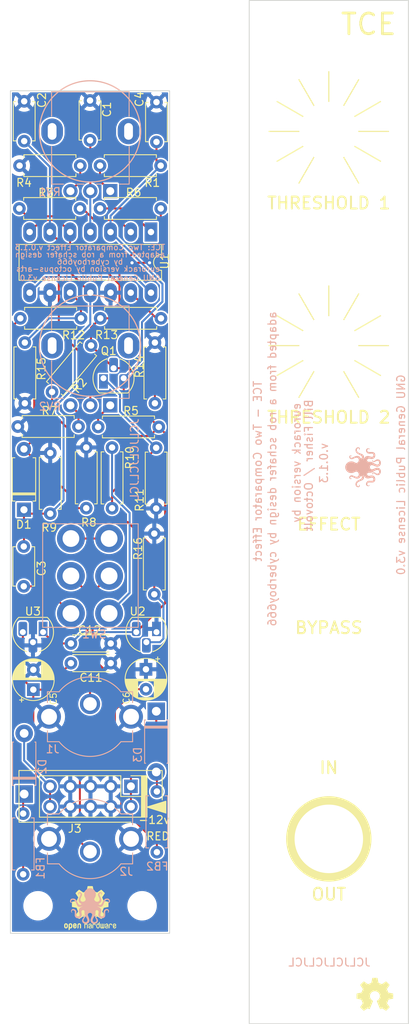
<source format=kicad_pcb>
(kicad_pcb (version 20211014) (generator pcbnew)
  (layers (0 "F.Cu" signal) (31 "B.Cu" signal) (34 "B.Paste" user) (35 "F.Paste" user) (36 "B.SilkS" user "B.Silkscreen") (37 "F.SilkS" user "F.Silkscreen") (38 "B.Mask" user) (39 "F.Mask" user) (44 "Edge.Cuts" user))
  (net 0 "")
  (net 1 "GND")
  (net 2 "THRESHOLD_1")
  (net 3 "THRESHOLD_2")
  (net 4 "VIDEO_IN")
  (net 5 "Net-(C3-Pad2)")
  (net 6 "+5V")
  (net 7 "+12V")
  (net 8 "-12V")
  (net 9 "+1.25V")
  (net 10 "Net-(D2-Pad1)")
  (net 11 "Net-(D2-Pad2)")
  (net 12 "Net-(D3-Pad1)")
  (net 13 "Net-(D3-Pad2)")
  (net 14 "Net-(R10-Pad2)")
  (net 15 "Net-(Q1-Pad2)")
  (net 16 "Net-(R1-Pad2)")
  (net 17 "Net-(R3-Pad1)")
  (net 18 "Net-(R4-Pad2)")
  (net 19 "Net-(R5-Pad2)")
  (net 20 "Net-(R6-Pad1)")
  (net 21 "Net-(R7-Pad2)")
  (net 22 "VIDEO_OUT")
  (net 23 "Net-(R12-Pad1)")
  (net 24 "Net-(J1-Pad1)")
  (net 25 "Net-(J2-Pad1)")
  (net 26 "Net-(U1-Pad8)")
  (net 27 "Net-(R13-Pad1)")
  (net 28 "Net-(SW1-Pad1)")
  (footprint "Resistor_THT:R_Axial_DIN0207_L6.3mm_D2.5mm_P7.62mm_Horizontal" (layer "F.Cu") (at 11.265 14.775)
    (fp_text reference "R6" (at 4.21 -2) (layer "F.SilkS"))
    (fp_text value "680")
    (pad "1" thru_hole circle (at 0 0) (size 1.6 1.6) (drill 0.8) (layers *.Cu *.Mask) (net 20 "Net-(R6-Pad1)"))
    (pad "2" thru_hole oval (at 7.62 0) (size 1.6 1.6) (drill 0.8) (layers *.Cu *.Mask) (net 15 "Net-(Q1-Pad2)"))
  )
  (footprint "Capacitor_THT:C_Disc_D4.3mm_W1.9mm_P5.00mm" (layer "F.Cu") (at 7.6 71.875)
    (fp_text reference "C11" (at 2.525 1.825) (layer "F.SilkS"))
    (fp_text value ".33u")
    (pad "1" thru_hole circle (at 0 0) (size 1.6 1.6) (drill 0.8) (layers *.Cu *.Mask) (net 7 "+12V"))
    (pad "2" thru_hole circle (at 5 0) (size 1.6 1.6) (drill 0.8) (layers *.Cu *.Mask) (net 1 "GND"))
  )
  (footprint "clipboard:a33ce409-be4c-4978-ba5b-21cf3ff8b76a" (layer "F.Cu") (at 40 5.1)
    (fp_text reference "" hide)
    (fp_text value "" hide)
  )
  (footprint "UI:Potentiometer_Hole_6.4mm_Diameter" (layer "F.Cu") (at 40 32)
    (fp_text reference "REF**" hide)
    (fp_text value "Potentiometer_Hole_6.4mm_Diameter" hide)
    (pad "" np_thru_hole circle (at 0 0) (size 7.4 7.4) (drill 7.4) (layers F&B.Cu *.Mask))
  )
  (footprint "Symbol:OSHW-Logo2_7.3x6mm_SilkScreen" (layer "F.Cu") (at 45.79 114.15)
    (fp_text reference "REF**" hide)
    (fp_text value "OSHW-Logo2_7.3x6mm_SilkScreen" hide)
  )
  (footprint "Resistor_THT:R_Axial_DIN0207_L6.3mm_D2.5mm_P7.62mm_Horizontal" (layer "F.Cu") (at 8.74 14.78 180)
    (fp_text reference "R3" (at 4.26 1.97) (layer "F.SilkS"))
    (fp_text value "1.2k")
    (pad "1" thru_hole circle (at 0 0 180) (size 1.6 1.6) (drill 0.8) (layers *.Cu *.Mask) (net 17 "Net-(R3-Pad1)"))
    (pad "2" thru_hole oval (at 7.62 0 180) (size 1.6 1.6) (drill 0.8) (layers *.Cu *.Mask) (net 15 "Net-(Q1-Pad2)"))
  )
  (footprint "Package_TO_SOT_THT:TO-92_HandSolder" (layer "F.Cu") (at 4.1 67.975 180)
    (fp_text reference "U3" (at 1.275 2.6) (layer "F.SilkS"))
    (fp_text value "L78L05")
    (pad "1" thru_hole rect (at 0 0 180) (size 1.1 1.8) (drill 0.75 (offset 0 0.4)) (layers *.Cu *.Mask) (net 6 "+5V"))
    (pad "2" thru_hole roundrect (at 1.27 -1.27 180) (size 1.1 1.8) (drill 0.75 (offset 0 -0.4)) (layers *.Cu *.Mask) (net 1 "GND"))
    (pad "3" thru_hole roundrect (at 2.54 0 180) (size 1.1 1.8) (drill 0.75 (offset 0 0.4)) (layers *.Cu *.Mask) (net 7 "+12V"))
  )
  (footprint "Capacitor_THT:C_Disc_D4.7mm_W2.5mm_P5.00mm" (layer "F.Cu") (at 10 1.22 -90)
    (fp_text reference "C1" (at 1.13 -2.12 90) (layer "F.SilkS"))
    (fp_text value "1u")
    (pad "1" thru_hole circle (at 0 0 270) (size 1.6 1.6) (drill 0.8) (layers *.Cu *.Mask) (net 1 "GND"))
    (pad "2" thru_hole circle (at 5 0 270) (size 1.6 1.6) (drill 0.8) (layers *.Cu *.Mask) (net 2 "THRESHOLD_1"))
  )
  (footprint "Package_DIP:DIP-14_W7.62mm_LongPads" (layer "F.Cu") (at 17.655 17.735 -90)
    (fp_text reference "U1" (at 3.675 -1.725 90) (layer "F.SilkS"))
    (fp_text value "LM339")
    (pad "1" thru_hole rect (at 0 0 270) (size 2.4 1.6) (drill 0.8) (layers *.Cu *.Mask) (net 20 "Net-(R6-Pad1)"))
    (pad "2" thru_hole oval (at 0 2.54 270) (size 2.4 1.6) (drill 0.8) (layers *.Cu *.Mask) (net 17 "Net-(R3-Pad1)"))
    (pad "3" thru_hole oval (at 0 5.08 270) (size 2.4 1.6) (drill 0.8) (layers *.Cu *.Mask) (net 6 "+5V"))
    (pad "4" thru_hole oval (at 0 7.62 270) (size 2.4 1.6) (drill 0.8) (layers *.Cu *.Mask) (net 2 "THRESHOLD_1"))
    (pad "5" thru_hole oval (at 0 10.16 270) (size 2.4 1.6) (drill 0.8) (layers *.Cu *.Mask) (net 4 "VIDEO_IN"))
    (pad "6" thru_hole oval (at 0 12.7 270) (size 2.4 1.6) (drill 0.8) (layers *.Cu *.Mask) (net 3 "THRESHOLD_2"))
    (pad "7" thru_hole oval (at 0 15.24 270) (size 2.4 1.6) (drill 0.8) (layers *.Cu *.Mask) (net 4 "VIDEO_IN"))
    (pad "8" thru_hole oval (at 7.62 15.24 270) (size 2.4 1.6) (drill 0.8) (layers *.Cu *.Mask) (net 26 "Net-(U1-Pad8)"))
    (pad "9" thru_hole oval (at 7.62 12.7 270) (size 2.4 1.6) (drill 0.8) (layers *.Cu *.Mask) (net 1 "GND"))
    (pad "10" thru_hole oval (at 7.62 10.16 270) (size 2.4 1.6) (drill 0.8) (layers *.Cu *.Mask) (net 23 "Net-(R12-Pad1)"))
    (pad "11" thru_hole oval (at 7.62 7.62 270) (size 2.4 1.6) (drill 0.8) (layers *.Cu *.Mask) (net 4 "VIDEO_IN"))
    (pad "12" thru_hole oval (at 7.62 5.08 270) (size 2.4 1.6) (drill 0.8) (layers *.Cu *.Mask) (net 1 "GND"))
    (pad "13" thru_hole oval (at 7.62 2.54 270) (size 2.4 1.6) (drill 0.8) (layers *.Cu *.Mask) (net 27 "Net-(R13-Pad1)"))
    (pad "14" thru_hole oval (at 7.62 0 270) (size 2.4 1.6) (drill 0.8) (layers *.Cu *.Mask) (net 26 "Net-(U1-Pad8)"))
  )
  (footprint "clipboard:a33ce409-be4c-4978-ba5b-21cf3ff8b76a" (layer "F.Cu") (at 40 32)
    (fp_text reference "" hide)
    (fp_text value "" hide)
  )
  (footprint "Resistor_THT:R_Axial_DIN0207_L6.3mm_D2.5mm_P7.62mm_Horizontal" (layer "F.Cu") (at 18.31 44.83 -90)
    (fp_text reference "R11" (at 6.57 2.085 90) (layer "F.SilkS"))
    (fp_text value "47")
    (pad "1" thru_hole circle (at 0 0 270) (size 1.6 1.6) (drill 0.8) (layers *.Cu *.Mask) (net 22 "VIDEO_OUT"))
    (pad "2" thru_hole oval (at 7.62 0 270) (size 1.6 1.6) (drill 0.8) (layers *.Cu *.Mask) (net 1 "GND"))
  )
  (footprint "Graphics:Potentiometer_Graphics_4_smaller_davies" (layer "F.Cu") (at 40 5.1)
    (fp_text reference "REF**" hide)
    (fp_text value "Potentiometer_Graphics_4_smaller_davies" hide)
  )
  (footprint "Resistor_THT:R_Axial_DIN0207_L6.3mm_D2.5mm_P7.62mm_Horizontal" (layer "F.Cu") (at 5.23098 37.81863 50)
    (fp_text reference "R2" (at 2.835201 2.136414 50) (layer "F.SilkS"))
    (fp_text value "1k")
    (pad "1" thru_hole circle (at 0 0 50) (size 1.6 1.6) (drill 0.8) (layers *.Cu *.Mask) (net 6 "+5V"))
    (pad "2" thru_hole oval (at 7.62 0 50) (size 1.6 1.6) (drill 0.8) (layers *.Cu *.Mask) (net 15 "Net-(Q1-Pad2)"))
  )
  (footprint "Resistor_THT:R_Axial_DIN0207_L6.3mm_D2.5mm_P7.62mm_Horizontal" (layer "F.Cu") (at 0.93 42.16)
    (fp_text reference "R7" (at 3.96 -1.98) (layer "F.SilkS"))
    (fp_text value "910")
    (pad "1" thru_hole circle (at 0 0) (size 1.6 1.6) (drill 0.8) (layers *.Cu *.Mask) (net 1 "GND"))
    (pad "2" thru_hole oval (at 7.62 0) (size 1.6 1.6) (drill 0.8) (layers *.Cu *.Mask) (net 21 "Net-(R7-Pad2)"))
  )
  (footprint "Resistor_THT:R_Axial_DIN0207_L6.3mm_D2.5mm_P7.62mm_Horizontal" (layer "F.Cu") (at 18.075 63.225 90)
    (fp_text reference "R16" (at 5.735 -2.040506 90) (layer "F.SilkS"))
    (fp_text value "100")
    (pad "1" thru_hole circle (at 0 0 90) (size 1.6 1.6) (drill 0.8) (layers *.Cu *.Mask) (net 9 "+1.25V"))
    (pad "2" thru_hole oval (at 7.62 0 90) (size 1.6 1.6) (drill 0.8) (layers *.Cu *.Mask) (net 1 "GND"))
  )
  (footprint "Capacitor_THT:C_Disc_D4.3mm_W1.9mm_P5.00mm" (layer "F.Cu") (at 7.6 69.4)
    (fp_text reference "C12" (at 2.35 -1.675 180) (layer "F.SilkS"))
    (fp_text value "0.1u")
    (pad "1" thru_hole circle (at 0 0) (size 1.6 1.6) (drill 0.8) (layers *.Cu *.Mask) (net 6 "+5V"))
    (pad "2" thru_hole circle (at 5 0) (size 1.6 1.6) (drill 0.8) (layers *.Cu *.Mask) (net 1 "GND"))
  )
  (footprint "Graphics:Potentiometer_Graphics_4_smaller_davies" (layer "F.Cu") (at 40 32)
    (fp_text reference "REF**" hide)
    (fp_text value "Potentiometer_Graphics_4_smaller_davies" hide)
  )
  (footprint "Resistor_THT:R_Axial_DIN0207_L6.3mm_D2.5mm_P7.62mm_Horizontal" (layer "F.Cu") (at 12.77 52.42 90)
    (fp_text reference "R10" (at 6.345 2.23 90) (layer "F.SilkS"))
    (fp_text value "75")
    (pad "1" thru_hole circle (at 0 0 90) (size 1.6 1.6) (drill 0.8) (layers *.Cu *.Mask) (net 22 "VIDEO_OUT"))
    (pad "2" thru_hole oval (at 7.62 0 90) (size 1.6 1.6) (drill 0.8) (layers *.Cu *.Mask) (net 14 "Net-(R10-Pad2)"))
  )
  (footprint "UI:Eurorack_Mounting_Hole" (layer "F.Cu") (at 37.5 114.15)
    (fp_text reference "REF**" hide)
    (fp_text value "Eurorack_Mounting_Hole" hide)
    (pad "" np_thru_hole oval (at 0 0) (size 6.4 3.2) (drill oval 6.4 3.2) (layers F&B.Cu *.Mask))
  )
  (footprint "UI:RCA_Jack_Hole_8.6mm_Diameter" (layer "F.Cu") (at 40 78.6)
    (fp_text reference "REF**" hide)
    (fp_text value "RCA_Jack_Hole_8.6mm_Diameter" hide)
    (pad "" np_thru_hole circle (at 0 0) (size 8.6 8.6) (drill 8.6) (layers F&B.Cu *.Mask))
  )
  (footprint "MountingHole:MountingHole_3.2mm_M3" (layer "F.Cu") (at 33.47 102.34)
    (fp_text reference "REF**" hide)
    (fp_text value "MountingHole_3.2mm_M3" hide)
    (pad "" np_thru_hole circle (at 0 0) (size 3.2 3.2) (drill 3.2) (layers *.Cu *.Mask))
  )
  (footprint "Package_TO_SOT_THT:TO-92_HandSolder" (layer "F.Cu") (at 18.35 67.975 180)
    (fp_text reference "U2" (at 2.375 2.6) (layer "F.SilkS"))
    (fp_text value "LM317")
    (pad "1" thru_hole rect (at 0 0 180) (size 1.1 1.8) (drill 0.75 (offset 0 0.4)) (layers *.Cu *.Mask) (net 1 "GND"))
    (pad "2" thru_hole roundrect (at 1.27 -1.27 180) (size 1.1 1.8) (drill 0.75 (offset 0 -0.4)) (layers *.Cu *.Mask) (net 9 "+1.25V"))
    (pad "3" thru_hole roundrect (at 2.54 0 180) (size 1.1 1.8) (drill 0.75 (offset 0 0.4)) (layers *.Cu *.Mask) (net 6 "+5V"))
  )
  (footprint "Capacitor_THT:C_Disc_D4.7mm_W2.5mm_P5.00mm" (layer "F.Cu") (at 1.675 57.225 -90)
    (fp_text reference "C3" (at 2.75 -2.225 -90) (layer "F.SilkS"))
    (fp_text value "1u")
    (pad "1" thru_hole circle (at 0 0 270) (size 1.6 1.6) (drill 0.8) (layers *.Cu *.Mask) (net 4 "VIDEO_IN"))
    (pad "2" thru_hole circle (at 5 0 270) (size 1.6 1.6) (drill 0.8) (layers *.Cu *.Mask) (net 5 "Net-(C3-Pad2)"))
  )
  (footprint "Resistor_THT:R_Axial_DIN0207_L6.3mm_D2.5mm_P7.62mm_Horizontal" (layer "F.Cu") (at 18.91 28.57 180)
    (fp_text reference "R13" (at 6.83 -2.09) (layer "F.SilkS"))
    (fp_text value "180")
    (pad "1" thru_hole circle (at 0 0 180) (size 1.6 1.6) (drill 0.8) (layers *.Cu *.Mask) (net 27 "Net-(R13-Pad1)"))
    (pad "2" thru_hole oval (at 7.62 0 180) (size 1.6 1.6) (drill 0.8) (layers *.Cu *.Mask) (net 15 "Net-(Q1-Pad2)"))
  )
  (footprint "Resistor_THT:R_Axial_DIN0207_L6.3mm_D2.5mm_P7.62mm_Horizontal" (layer "F.Cu") (at 18.64 42.21 180)
    (fp_text reference "R5" (at 3.49 2.02) (layer "F.SilkS"))
    (fp_text value "3k")
    (pad "1" thru_hole circle (at 0 0 180) (size 1.6 1.6) (drill 0.8) (layers *.Cu *.Mask) (net 6 "+5V"))
    (pad "2" thru_hole oval (at 7.62 0 180) (size 1.6 1.6) (drill 0.8) (layers *.Cu *.Mask) (net 19 "Net-(R5-Pad2)"))
  )
  (footprint "MountingHole:MountingHole_3.2mm_M3" (layer "F.Cu") (at 46.54 102.34)
    (fp_text reference "REF**" hide)
    (fp_text value "MountingHole_3.2mm_M3" hide)
    (pad "" np_thru_hole circle (at 0 0) (size 3.2 3.2) (drill 3.2) (layers *.Cu *.Mask))
  )
  (footprint "Symbol:OSHW-Logo2_7.3x6mm_SilkScreen" (layer "F.Cu") (at 10.02 102.63)
    (fp_text reference "REF**" hide)
    (fp_text value "OSHW-Logo2_7.3x6mm_SilkScreen" hide)
  )
  (footprint "Diode_THT:D_A-405_P7.62mm_Horizontal" (layer "F.Cu") (at 1.7 52.61 90)
    (fp_text reference "D1" (at -1.865 -0.025 180) (layer "F.SilkS"))
    (fp_text value "1n914")
    (pad "1" thru_hole rect (at 0 0 90) (size 1.8 1.8) (drill 0.9) (layers *.Cu *.Mask) (net 4 "VIDEO_IN"))
    (pad "2" thru_hole oval (at 7.62 0 90) (size 1.8 1.8) (drill 0.9) (layers *.Cu *.Mask) (net 9 "+1.25V"))
  )
  (footprint "Capacitor_THT:CP_Radial_D5.0mm_P2.50mm" (layer "F.Cu") (at 2.875 75.2 90)
    (fp_text reference "C5" (at -1.154887 2.53 90) (layer "F.SilkS") (effects (font (size 0.8 0.8) (thickness 0.12))))
    (fp_text value "10u")
    (pad "1" thru_hole rect (at 0 0 90) (size 1.6 1.6) (drill 0.8) (layers *.Cu *.Mask) (net 7 "+12V"))
    (pad "2" thru_hole circle (at 2.5 0 90) (size 1.6 1.6) (drill 0.8) (layers *.Cu *.Mask) (net 1 "GND"))
  )
  (footprint "Resistor_THT:R_Axial_DIN0207_L6.3mm_D2.5mm_P7.62mm_Horizontal" (layer "F.Cu") (at 18.15 31.62 -90)
    (fp_text reference "R14" (at 3.005 1.95 90) (layer "F.SilkS"))
    (fp_text value "1.5k")
    (pad "1" thru_hole circle (at 0 0 270) (size 1.6 1.6) (drill 0.8) (layers *.Cu *.Mask) (net 1 "GND"))
    (pad "2" thru_hole oval (at 7.62 0 270) (size 1.6 1.6) (drill 0.8) (layers *.Cu *.Mask) (net 15 "Net-(Q1-Pad2)"))
  )
  (footprint "UI:Eurorack_Mounting_Hole" (layer "F.Cu") (at 37.5 -8.35)
    (fp_text reference "REF**" hide)
    (fp_text value "Eurorack_Mounting_Hole" hide)
    (pad "" np_thru_hole oval (at 0 0) (size 6.4 3.2) (drill oval 6.4 3.2) (layers F&B.Cu *.Mask))
  )
  (footprint "Capacitor_THT:CP_Radial_D5.0mm_P2.50mm" (layer "F.Cu") (at 17.025 72.644888 -90)
    (fp_text reference "C6" (at 3.605112 2.45 90) (layer "F.SilkS") (effects (font (size 0.8 0.8) (thickness 0.12))))
    (fp_text value "10u")
    (pad "1" thru_hole rect (at 0 0 270) (size 1.6 1.6) (drill 0.8) (layers *.Cu *.Mask) (net 1 "GND"))
    (pad "2" thru_hole circle (at 2.5 0 270) (size 1.6 1.6) (drill 0.8) (layers *.Cu *.Mask) (net 8 "-12V"))
  )
  (footprint "Connector_PinHeader_2.54mm:PinHeader_2x05_P2.54mm_Vertical" (layer "F.Cu") (at 10.022411 88.62 -90)
    (fp_text reference "J3" (at 4.035 1.935) (layer "F.SilkS"))
    (fp_text value "europower")
    (fp_text user "-12v" (at 2.935 -8.025) (layer "F.SilkS"))
    (pad "1" thru_hole rect (at -1.275 -5.115 270) (size 1.7 1.7) (drill 1) (layers *.Cu *.Mask) (net 12 "Net-(D3-Pad1)"))
    (pad "2" thru_hole oval (at 1.265 -5.115 270) (size 1.7 1.7) (drill 1) (layers *.Cu *.Mask) (net 12 "Net-(D3-Pad1)"))
    (pad "3" thru_hole oval (at -1.275 -2.575 270) (size 1.7 1.7) (drill 1) (layers *.Cu *.Mask) (net 1 "GND"))
    (pad "4" thru_hole oval (at 1.265 -2.575 270) (size 1.7 1.7) (drill 1) (layers *.Cu *.Mask) (net 1 "GND"))
    (pad "5" thru_hole oval (at -1.275 -0.035 270) (size 1.7 1.7) (drill 1) (layers *.Cu *.Mask) (net 1 "GND"))
    (pad "6" thru_hole oval (at 1.265 -0.035 270) (size 1.7 1.7) (drill 1) (layers *.Cu *.Mask) (net 1 "GND"))
    (pad "7" thru_hole oval (at -1.275 2.505 270) (size 1.7 1.7) (drill 1) (layers *.Cu *.Mask) (net 1 "GND"))
    (pad "8" thru_hole oval (at 1.265 2.505 270) (size 1.7 1.7) (drill 1) (layers *.Cu *.Mask) (net 1 "GND"))
    (pad "9" thru_hole oval (at -1.275 5.045 270) (size 1.7 1.7) (drill 1) (layers *.Cu *.Mask) (net 11 "Net-(D2-Pad2)"))
    (pad "10" thru_hole oval (at 1.265 5.045 270) (size 1.7 1.7) (drill 1) (layers *.Cu *.Mask) (net 11 "Net-(D2-Pad2)"))
  )
  (footprint "Resistor_THT:R_Axial_DIN0207_L6.3mm_D2.5mm_P7.62mm_Horizontal" (layer "F.Cu") (at 8.86 28.57 180)
    (fp_text reference "R12" (at 0.93 -2.12) (layer "F.SilkS"))
    (fp_text value "470")
    (pad "1" thru_hole circle (at 0 0 180) (size 1.6 1.6) (drill 0.8) (layers *.Cu *.Mask) (net 23 "Net-(R12-Pad1)"))
    (pad "2" thru_hole oval (at 7.62 0 180) (size 1.6 1.6) (drill 0.8) (layers *.Cu *.Mask) (net 9 "+1.25V"))
  )
  (footprint "Resistor_THT:R_Axial_DIN0207_L6.3mm_D2.5mm_P7.62mm_Horizontal" (layer "F.Cu") (at 5 53.1 90)
    (fp_text reference "R9" (at -1.75 -0.125 180) (layer "F.SilkS"))
    (fp_text value "150k")
    (pad "1" thru_hole circle (at 0 0 90) (size 1.6 1.6) (drill 0.8) (layers *.Cu *.Mask) (net 4 "VIDEO_IN"))
    (pad "2" thru_hole oval (at 7.62 0 90) (size 1.6 1.6) (drill 0.8) (layers *.Cu *.Mask) (net 1 "GND"))
  )
  (footprint "Capacitor_THT:C_Disc_D4.7mm_W2.5mm_P5.00mm" (layer "F.Cu") (at 18.35 6.425 90)
    (fp_text reference "C4" (at 5.375 -2.15 90) (layer "F.SilkS"))
    (fp_text value "0.1u")
    (pad "1" thru_hole circle (at 0 0 90) (size 1.6 1.6) (drill 0.8) (layers *.Cu *.Mask) (net 6 "+5V"))
    (pad "2" thru_hole circle (at 5 0 90) (size 1.6 1.6) (drill 0.8) (layers *.Cu *.Mask) (net 1 "GND"))
  )
  (footprint "UI:Potentiometer_Hole_6.4mm_Diameter" (layer "F.Cu") (at 40 5.1)
    (fp_text reference "REF**" hide)
    (fp_text value "Potentiometer_Hole_6.4mm_Diameter" hide)
    (pad "" np_thru_hole circle (at 0 0) (size 7.4 7.4) (drill 7.4) (layers F&B.Cu *.Mask))
  )
  (footprint "Package_TO_SOT_THT:TO-92_HandSolder" (layer "F.Cu") (at 11.69 36.1)
    (fp_text reference "Q1" (at 0.65 -3.43) (layer "F.SilkS"))
    (fp_text value "2N3904")
    (pad "1" thru_hole rect (at 0 0) (size 1.1 1.8) (drill 0.75 (offset 0 0.4)) (layers *.Cu *.Mask) (net 22 "VIDEO_OUT"))
    (pad "2" thru_hole roundrect (at 1.27 -1.27) (size 1.1 1.8) (drill 0.75 (offset 0 -0.4)) (layers *.Cu *.Mask) (net 15 "Net-(Q1-Pad2)"))
    (pad "3" thru_hole roundrect (at 2.54 0) (size 1.1 1.8) (drill 0.75 (offset 0 0.4)) (layers *.Cu *.Mask) (net 6 "+5V"))
  )
  (footprint "UI:RCA_Jack_Hole_8.6mm_Diameter" (layer "F.Cu") (at 40 93.94)
    (fp_text reference "REF**" hide)
    (fp_text value "RCA_Jack_Hole_8.6mm_Diameter" hide)
    (pad "" np_thru_hole circle (at 0 0) (size 8.6 8.6) (drill 8.6) (layers F&B.Cu *.Mask))
  )
  (footprint "Resistor_THT:R_Axial_DIN0207_L6.3mm_D2.5mm_P7.62mm_Horizontal" (layer "F.Cu") (at 1.15 9.4)
    (fp_text reference "R4" (at 0.55 2.15) (layer "F.SilkS"))
    (fp_text value "910")
    (pad "1" thru_hole circle (at 0 0) (size 1.6 1.6) (drill 0.8) (layers *.Cu *.Mask) (net 1 "GND"))
    (pad "2" thru_hole oval (at 7.62 0) (size 1.6 1.6) (drill 0.8) (layers *.Cu *.Mask) (net 18 "Net-(R4-Pad2)"))
  )
  (footprint "Resistor_THT:R_Axial_DIN0207_L6.3mm_D2.5mm_P7.62mm_Horizontal" (layer "F.Cu") (at 18.875 9.4 180)
    (fp_text reference "R1" (at 1.05 -2.15) (layer "F.SilkS"))
    (fp_text value "3k")
    (pad "1" thru_hole circle (at 0 0 180) (size 1.6 1.6) (drill 0.8) (layers *.Cu *.Mask) (net 6 "+5V"))
    (pad "2" thru_hole oval (at 7.62 0 180) (size 1.6 1.6) (drill 0.8) (layers *.Cu *.Mask) (net 16 "Net-(R1-Pad2)"))
  )
  (footprint "Resistor_THT:R_Axial_DIN0207_L6.3mm_D2.5mm_P7.62mm_Horizontal" (layer "F.Cu") (at 1.81 39.24 90)
    (fp_text reference "R15" (at 4.33 2.08 90) (layer "F.SilkS"))
    (fp_text value "1k")
    (pad "1" thru_hole circle (at 0 0 90) (size 1.6 1.6) (drill 0.8) (layers *.Cu *.Mask) (net 1 "GND"))
    (pad "2" thru_hole oval (at 7.62 0 90) (size 1.6 1.6) (drill 0.8) (layers *.Cu *.Mask) (net 23 "Net-(R12-Pad1)"))
  )
  (footprint "Resistor_THT:R_Axial_DIN0207_L6.3mm_D2.5mm_P7.62mm_Horizontal" (layer "F.Cu") (at 9.525 52.41 90)
    (fp_text reference "R8" (at -1.79 0.325 180) (layer "F.SilkS"))
    (fp_text value "75")
    (pad "1" thru_hole circle (at 0 0 90) (size 1.6 1.6) (drill 0.8) (layers *.Cu *.Mask) (net 5 "Net-(C3-Pad2)"))
    (pad "2" thru_hole oval (at 7.62 0 90) (size 1.6 1.6) (drill 0.8) (layers *.Cu *.Mask) (net 1 "GND"))
  )
  (footprint "Capacitor_THT:C_Disc_D4.7mm_W2.5mm_P5.00mm" (layer "F.Cu") (at 1.73 1.32 -90)
    (fp_text reference "C2" (at -0.145 -2.22 90) (layer "F.SilkS"))
    (fp_text value "1u")
    (pad "1" thru_hole circle (at 0 0 270) (size 1.6 1.6) (drill 0.8) (layers *.Cu *.Mask) (net 1 "GND"))
    (pad "2" thru_hole circle (at 5 0 270) (size 1.6 1.6) (drill 0.8) (layers *.Cu *.Mask) (net 3 "THRESHOLD_2"))
  )
  (footprint "UI:3.5mm_Jack_Hole_6.2mm_Diameter" (layer "F.Cu") (at 40 60.925)
    (fp_text reference "REF**" hide)
    (fp_text value "3.5mm_Jack_Hole_6.2mm_Diameter" hide)
    (pad "" np_thru_hole circle (at 0 0) (size 6.2 6.2) (drill 6.2) (layers F&B.Cu *.Mask))
  )
  (footprint "Video:tht_vertical_rca" (layer "B.Cu") (at 10 93.94)
    (fp_text reference "J2" (at 4.55 4.11) (layer "B.SilkS") (effects (font (size 1.00143 1.00143)) (justify mirror)))
    (fp_text value "rca" hide)
    (pad "1" thru_hole circle (at 0 1.6) (size 2.55 2.55) (drill 1.7) (layers *.Cu *.Mask) (net 25 "Net-(J2-Pad1)"))
    (pad "2" thru_hole circle (at -5.15 0) (size 3 3) (drill 2) (layers *.Cu *.Mask) (net 1 "GND"))
    (pad "2" thru_hole circle (at 5.15 0) (size 3 3) (drill 2) (layers *.Cu *.Mask) (net 1 "GND"))
  )
  (footprint "Diode_THT:D_DO-41_SOD81_P7.62mm_Horizontal" (layer "B.Cu") (at 1.725 88.31 90)
    (fp_text reference "D2" (at 3.435 2.275 90) (layer "B.SilkS") (effects (justify mirror)))
    (fp_text value "1n4007")
    (pad "1" thru_hole rect (at 0 0 90) (size 2.2 2.2) (drill 1.1) (layers *.Cu *.Mask) (net 10 "Net-(D2-Pad1)"))
    (pad "2" thru_hole oval (at 7.62 0 90) (size 2.2 2.2) (drill 1.1) (layers *.Cu *.Mask) (net 11 "Net-(D2-Pad2)"))
  )
  (footprint "Graphics:octopus_silk_screen" (layer "B.Cu") (at 10.009903 102.804887 180)
    (fp_text reference "Ref**" hide)
    (fp_text value "Val**" hide)
  )
  (footprint "Potentiometer_THT:Potentiometer_Alpha_RD901F-40-00D_Single_Vertical" (layer "B.Cu") (at 10 32 180)
    (fp_text reference "RV2" (at 5.02 -7.64) (layer "B.SilkS") (effects (justify mirror)))
    (fp_text value "1k_pot")
    (pad "" thru_hole oval (at 4.76 0) (size 2.72 3.24) (drill oval 1.1 2.1) (layers *.Cu *.Mask))
    (pad "" thru_hole oval (at -4.84 0) (size 2.72 3.24) (drill oval 1.1 2.1) (layers *.Cu *.Mask))
    (pad "1" thru_hole rect (at -2.54 -7.5) (size 1.8 1.8) (drill 1) (layers *.Cu *.Mask) (net 19 "Net-(R5-Pad2)"))
    (pad "2" thru_hole circle (at -0.04 -7.5) (size 1.8 1.8) (drill 1) (layers *.Cu *.Mask) (net 3 "THRESHOLD_2"))
    (pad "3" thru_hole circle (at 2.46 -7.5) (size 1.8 1.8) (drill 1) (layers *.Cu *.Mask) (net 21 "Net-(R7-Pad2)"))
  )
  (footprint "MountingHole:MountingHole_3.2mm_M3" (layer "B.Cu") (at 3.47 102.34 180)
    (fp_text reference "REF**" hide)
    (fp_text value "MountingHole_3.2mm_M3" hide)
    (pad "" np_thru_hole circle (at 0 0 180) (size 3.2 3.2) (drill 3.2) (layers *.Cu *.Mask))
  )
  (footprint "Potentiometer_THT:Potentiometer_Alpha_RD901F-40-00D_Single_Vertical" (layer "B.Cu") (at 10 5.1 180)
    (fp_text reference "RV1" (at 5.08 -7.61) (layer "B.SilkS") (effects (justify mirror)))
    (fp_text value "1k_pot")
    (pad "" thru_hole oval (at 4.76 0) (size 2.72 3.24) (drill oval 1.1 2.1) (layers *.Cu *.Mask))
    (pad "" thru_hole oval (at -4.84 0) (size 2.72 3.24) (drill oval 1.1 2.1) (layers *.Cu *.Mask))
    (pad "1" thru_hole rect (at -2.54 -7.5) (size 1.8 1.8) (drill 1) (layers *.Cu *.Mask) (net 16 "Net-(R1-Pad2)"))
    (pad "2" thru_hole circle (at -0.04 -7.5) (size 1.8 1.8) (drill 1) (layers *.Cu *.Mask) (net 2 "THRESHOLD_1"))
    (pad "3" thru_hole circle (at 2.46 -7.5) (size 1.8 1.8) (drill 1) (layers *.Cu *.Mask) (net 18 "Net-(R4-Pad2)"))
  )
  (footprint "Resistor_THT:R_Axial_DIN0207_L6.3mm_D2.5mm_P7.62mm_Horizontal" (layer "B.Cu") (at 18.4 87.99 -90)
    (fp_text reference "FB2" (at 9.41 -0.05) (layer "B.SilkS") (effects (justify mirror)))
    (fp_text value "Ferrite Bead" hide)
    (pad "1" thru_hole circle (at 0 0 270) (size 1.6 1.6) (drill 0.8) (layers *.Cu *.Mask) (net 13 "Net-(D3-Pad2)"))
    (pad "2" thru_hole oval (at 7.62 0 270) (size 1.6 1.6) (drill 0.8) (layers *.Cu *.Mask) (net 8 "-12V"))
  )
  (footprint "Diode_THT:D_DO-41_SOD81_P7.62mm_Horizontal" (layer "B.Cu") (at 18.325 77.915 -90)
    (fp_text reference "D3" (at 5.46 2.325 90) (layer "B.SilkS") (effects (justify mirror)))
    (fp_text value "1n4007")
    (pad "1" thru_hole rect (at 0 0 270) (size 2.2 2.2) (drill 1.1) (layers *.Cu *.Mask) (net 12 "Net-(D3-Pad1)"))
    (pad "2" thru_hole oval (at 7.62 0 270) (size 2.2 2.2) (drill 1.1) (layers *.Cu *.Mask) (net 13 "Net-(D3-Pad2)"))
  )
  (footprint "lib:dpdt_mini_toggle_switch_tayda" (layer "B.Cu") (at 10 60.925 -90)
    (fp_text reference "SW1" (at 7.325 -0.539494) (layer "B.SilkS") (effects (justify mirror)))
    (fp_text value "SW_DPDT_x2")
    (pad "1" thru_hole circle (at -4.7 2.4 270) (size 3.5 3.5) (drill 2.1) (layers *.Cu *.Mask) (net 28 "Net-(SW1-Pad1)"))
    (pad "2" thru_hole circle (at 0 2.4 270) (size 3.5 3.5) (drill 2.1) (layers *.Cu *.Mask) (net 24 "Net-(J1-Pad1)"))
    (pad "3" thru_hole circle (at 4.7 2.4 270) (size 3.5 3.5) (drill 2.1) (layers *.Cu *.Mask) (net 5 "Net-(C3-Pad2)"))
    (pad "4" thru_hole circle (at -4.7 -2.4 270) (size 3.5 3.5) (drill 2.1) (layers *.Cu *.Mask) (net 28 "Net-(SW1-Pad1)"))
    (pad "5" thru_hole circle (at 0 -2.4 270) (size 3.5 3.5) (drill 2.1) (layers *.Cu *.Mask) (net 25 "Net-(J2-Pad1)"))
    (pad "6" thru_hole circle (at 4.7 -2.4 270) (size 3.5 3.5) (drill 2.1) (layers *.Cu *.Mask) (net 14 "Net-(R10-Pad2)"))
  )
  (footprint "Graphics:octopus_silk_screen" (layer "B.Cu") (at 44.734887 47.260098 -90)
    (fp_text reference "Ref**" hide)
    (fp_text value "Val**" hide)
  )
  (footprint "Resistor_THT:R_Axial_DIN0207_L6.3mm_D2.5mm_P7.62mm_Horizontal" (layer "B.Cu") (at 1.6 90.765 -90)
    (fp_text reference "FB1" (at 6.86 -2.175 90) (layer "B.SilkS") (effects (justify mirror)))
    (fp_text value "Ferrite Bead" hide)
    (pad "1" thru_hole circle (at 0 0 270) (size 1.6 1.6) (drill 0.8) (layers *.Cu *.Mask) (net 10 "Net-(D2-Pad1)"))
    (pad "2" thru_hole oval (at 7.62 0 270) (size 1.6 1.6) (drill 0.8) (layers *.Cu *.Mask) (net 7 "+12V"))
  )
  (footprint "Video:tht_vertical_rca" (layer "B.Cu") (at 10 78.6 180)
    (fp_text reference "J1" (at 4.7 -4.075) (layer "B.SilkS") (effects (font (size 1.00143 1.00143)) (justify mirror)))
    (fp_text value "rca" hide)
    (pad "1" thru_hole circle (at 0 1.6 180) (size 2.55 2.55) (drill 1.7) (layers *.Cu *.Mask) (net 24 "Net-(J1-Pad1)"))
    (pad "2" thru_hole circle (at -5.15 0 180) (size 3 3) (drill 2) (layers *.Cu *.Mask) (net 1 "GND"))
    (pad "2" thru_hole circle (at 5.15 0 180) (size 3 3) (drill 2) (layers *.Cu *.Mask) (net 1 "GND"))
  )
  (footprint "MountingHole:MountingHole_3.2mm_M3" (layer "B.Cu") (at 16.54 102.34 180)
    (fp_text reference "REF**" hide)
    (fp_text value "MountingHole_3.2mm_M3" hide)
    (pad "" np_thru_hole circle (at 0 0 180) (size 3.2 3.2) (drill 3.2) (layers *.Cu *.Mask))
  )
  (gr_circle (center 40 93.94) (end 45.3 93.94) (layer "F.SilkS") (width 0.12) (fill solid))
  (gr_rect (start 0 0) (end 20 105.8) (layer "Edge.Cuts") (width 0.1) (fill none))
  (gr_rect (start 30 -11.35) (end 50 117.15) (layer "Edge.Cuts") (width 0.1) (fill none))
  (gr_text "Bill Fisher / Octovolt" (at 37.48 47.03 90) (layer "B.SilkS") (effects (font (size 1 1)) (justify mirror)))
  (gr_text "JCLJCLJCLJCL" (at 15.6 46.3 90) (layer "B.SilkS") (effects (font (size 1 1)) (justify mirror)))
  (gr_text "TCE: Two Comparator Effect v.0.1.3" (at 10 19.66) (layer "B.SilkS") (effects (font (size 0.7 0.7) (thickness 0.12)) (justify mirror)))
  (gr_text "adapted from a rob schafer design by cyberboy666" (at 32.89 47.48 90) (layer "B.SilkS") (effects (font (size 1 1)) (justify mirror)))
  (gr_text "GNU General Public License v3.0" (at 49.07 48.22 90) (layer "B.SilkS") (effects (font (size 1 1)) (justify mirror)))
  (gr_text "adapted from a rob schafer design" (at 10 20.56) (layer "B.SilkS") (effects (font (size 0.7 0.7) (thickness 0.12)) (justify mirror)))
  (gr_text "TCE - Two Comparator Effect" (at 31.06 47.76 90) (layer "B.SilkS") (effects (font (size 1 1)) (justify mirror)))
  (gr_text "GNU General Public License v3.0" (at 10 23.52) (layer "B.SilkS") (effects (font (size 0.7 0.7) (thickness 0.12)) (justify mirror)))
  (gr_text "eurorack version by octopus-arts" (at 9.75 22.36) (layer "B.SilkS") (effects (font (size 0.7 0.7) (thickness 0.12)) (justify mirror)))
  (gr_text "JCLJCLJCLJCL" (at 40.075 109.45) (layer "B.SilkS") (effects (font (size 1 1)) (justify mirror)))
  (gr_text "by cyberboy666" (at 10 21.46) (layer "B.SilkS") (effects (font (size 0.7 0.7) (thickness 0.12)) (justify mirror)))
  (gr_text "eurorack version by" (at 35.95 46.72 90) (layer "B.SilkS") (effects (font (size 1 1)) (justify mirror)))
  (gr_text "v.0.1.3" (at 39.38 46.76 90) (layer "B.SilkS") (effects (font (size 1 1)) (justify mirror)))
  (gr_text "EFFECT" (at 40 54.425) (layer "F.SilkS") (effects (font (size 1.5 1.5) (thickness 0.25))))
  (gr_text "TCE" (at 45 -8.35) (layer "F.SilkS") (effects (font (size 2.6 2.6) (thickness 0.35))))
  (gr_text "OUT\n" (at 40 100.9) (layer "F.SilkS") (effects (font (size 1.5 1.5) (thickness 0.25))))
  (gr_text "IN" (at 40 85) (layer "F.SilkS") (effects (font (size 1.5 1.5) (thickness 0.25))))
  (gr_text "THRESHOLD 1" (at 40 14.1) (layer "F.SilkS") (effects (font (size 1.5 1.5) (thickness 0.25))))
  (gr_text "THRESHOLD 2" (at 40 41) (layer "F.SilkS") (effects (font (size 1.5 1.5) (thickness 0.25))))
  (gr_text "BYPASS" (at 40 67.425) (layer "F.SilkS") (effects (font (size 1.5 1.5) (thickness 0.25))))
  (gr_text "RED" (at 18.53 93.61) (layer "F.SilkS") (effects (font (size 1 1))))
  (segment (start 15.275 21.6) (end 17.475 21.6) (width 0.25) (layer "F.Cu") (net 1))
  (via (at 15.275 21.6) (size 0.8) (drill 0.4) (layers "F.Cu" "B.Cu") (net 1))
  (via (at 17.475 21.6) (size 0.8) (drill 0.4) (layers "F.Cu" "B.Cu") (net 1))
  (segment (start 10.04 6.26) (end 10 6.22) (width 0.25) (layer "F.Cu") (net 2))
  (segment (start 10.04 12.6) (end 10.04 6.26) (width 0.25) (layer "F.Cu") (net 2))
  (segment (start 10.035 12.605) (end 10.04 12.6) (width 0.25) (layer "B.Cu") (net 2))
  (segment (start 10.035 17.735) (end 10.035 12.605) (width 0.25) (layer "B.Cu") (net 2))
  (segment (start 10.04 39.5) (end 10.04 34.15705) (width 0.25) (layer "F.Cu") (net 3))
  (segment (start 6.08 18.86) (end 4.955 17.735) (width 0.25) (layer "F.Cu") (net 3))
  (segment (start 10.04 34.15705) (end 6.08 30.19705) (width 0.25) (layer "F.Cu") (net 3))
  (segment (start 6.08 30.19705) (end 6.08 18.86) (width 0.25) (layer "F.Cu") (net 3))
  (segment (start 4.955 9.545) (end 1.73 6.32) (width 0.25) (layer "B.Cu") (net 3))
  (segment (start 4.955 17.735) (end 4.955 9.545) (width 0.25) (layer "B.Cu") (net 3))
  (segment (start 5 53.1) (end 2.19 53.1) (width 0.25) (layer "F.Cu") (net 4))
  (segment (start 1.7 52.61) (end 1.7 57.2) (width 0.25) (layer "F.Cu") (net 4))
  (segment (start 2.19 53.1) (end 1.7 52.61) (width 0.25) (layer "F.Cu") (net 4))
  (segment (start 1.675 52.635) (end 1.7 52.61) (width 0.25) (layer "F.Cu") (net 4))
  (segment (start 7.495 17.735) (end 7.495 22.815) (width 0.25) (layer "F.Cu") (net 4))
  (segment (start 7.495 22.815) (end 10.035 25.355) (width 0.25) (layer "F.Cu") (net 4))
  (segment (start 2.415 17.735) (end 3.94 16.21) (width 0.25) (layer "F.Cu") (net 4))
  (segment (start 1.7 57.2) (end 1.675 57.225) (width 0.25) (layer "F.Cu") (net 4))
  (segment (start 5.97 16.21) (end 7.495 17.735) (width 0.25) (layer "F.Cu") (net 4))
  (segment (start 3.94 16.21) (end 5.97 16.21) (width 0.25) (layer "F.Cu") (net 4))
  (segment (start 10.035 25.355) (end 10.035 29.315) (width 0.25) (layer "B.Cu") (net 4))
  (segment (start 6.675 51.425) (end 6.675 41.166444) (width 0.25) (layer "B.Cu") (net 4))
  (segment (start 8.08 31.27) (end 8.08 37.204999) (width 0.25) (layer "B.Cu") (net 4))
  (segment (start 5.903557 40.395001) (end 5.903557 39.381442) (width 0.25) (layer "B.Cu") (net 4))
  (segment (start 10.035 29.315) (end 8.08 31.27) (width 0.25) (layer "B.Cu") (net 4))
  (segment (start 5.903557 39.381442) (end 8.08 37.204999) (width 0.25) (layer "B.Cu") (net 4))
  (segment (start 5 53.1) (end 6.675 51.425) (width 0.25) (layer "B.Cu") (net 4))
  (segment (start 6.675 41.166444) (end 5.903557 40.395001) (width 0.25) (layer "B.Cu") (net 4))
  (segment (start 9.525 52.41) (end 8.39363 52.41) (width 0.25) (layer "F.Cu") (net 5))
  (segment (start 1.675 62.225) (end 4.2 62.225) (width 0.25) (layer "F.Cu") (net 5))
  (segment (start 8.39363 52.41) (end 4.2 56.60363) (width 0.25) (layer "F.Cu") (net 5))
  (segment (start 4.2 62.225) (end 7.6 65.625) (width 0.25) (layer "F.Cu") (net 5))
  (segment (start 4.2 56.60363) (end 4.2 62.225) (width 0.25) (layer "F.Cu") (net 5))
  (segment (start 18.64 42.21) (end 14.23 37.8) (width 0.25) (layer "F.Cu") (net 6))
  (segment (start 18.35 6.425) (end 18.35 8.875) (width 0.25) (layer "F.Cu") (net 6))
  (segment (start 19.435 64.35) (end 15.81 67.975) (width 0.25) (layer "F.Cu") (net 6))
  (segment (start 19.435 47.165) (end 19.435 64.35) (width 0.25) (layer "F.Cu") (net 6))
  (segment (start 5.525 69.4) (end 7.6 69.4) (width 0.25) (layer "F.Cu") (net 6))
  (segment (start 4.1 67.975) (end 5.525 69.4) (width 0.25) (layer "F.Cu") (net 6))
  (segment (start 19.439999 47.160001) (end 19.435 47.165) (width 0.25) (layer "F.Cu") (net 6))
  (segment (start 5.23098 40.431971) (end 8.139009 43.34) (width 0.25) (layer "F.Cu") (net 6))
  (segment (start 14.23 37.8) (end 14.23 36.1) (width 0.25) (layer "F.Cu") (net 6))
  (segment (start 19.439999 47.160001) (end 19.439999 43.009999) (width 0.25) (layer "F.Cu") (net 6))
  (segment (start 17.51 43.34) (end 18.64 42.21) (width 0.25) (layer "F.Cu") (net 6))
  (segment (start 5.23098 37.81863) (end 5.23098 40.431971) (width 0.25) (layer "F.Cu") (net 6))
  (segment (start 19.439999 43.009999) (end 18.64 42.21) (width 0.25) (layer "F.Cu") (net 6))
  (segment (start 18.35 8.875) (end 18.875 9.4) (width 0.25) (layer "F.Cu") (net 6))
  (segment (start 8.139009 43.34) (end 17.51 43.34) (width 0.25) (layer "F.Cu") (net 6))
  (segment (start 19.1 26.475) (end 16.525 29.05) (width 0.25) (layer "B.Cu") (net 6))
  (segment (start 19.1 24.25) (end 19.1 26.475) (width 0.25) (layer "B.Cu") (net 6))
  (segment (start 9.025 67.975) (end 7.6 69.4) (width 0.25) (layer "B.Cu") (net 6))
  (segment (start 16.525 21.685) (end 16.535 21.685) (width 0.25) (layer "B.Cu") (net 6))
  (segment (start 14.23 36.1) (end 16.525 33.805) (width 0.25) (layer "B.Cu") (net 6))
  (segment (start 15.81 67.975) (end 9.025 67.975) (width 0.25) (layer "B.Cu") (net 6))
  (segment (start 12.575 17.735) (end 16.525 21.685) (width 0.25) (layer "B.Cu") (net 6))
  (segment (start 16.535 21.685) (end 19.1 24.25) (width 0.25) (layer "B.Cu") (net 6))
  (segment (start 12.575 15.7) (end 18.875 9.4) (width 0.25) (layer "B.Cu") (net 6))
  (segment (start 16.525 29.05) (end 16.525 33.805) (width 0.25) (layer "B.Cu") (net 6))
  (segment (start 12.575 17.735) (end 12.575 15.7) (width 0.25) (layer "B.Cu") (net 6))
  (segment (start 2.875 75.2) (end 4.275 75.2) (width 0.25) (layer "F.Cu") (net 7))
  (segment (start 3.2 79.995001) (end 2.875 79.670001) (width 0.25) (layer "F.Cu") (net 7))
  (segment (start 1.6 98.385) (end 1.6 92.675) (width 0.25) (layer "F.Cu") (net 7))
  (segment (start 1.56 73.885) (end 2.875 75.2) (width 0.25) (layer "F.Cu") (net 7))
  (segment (start 3.2 91.075) (end 3.2 79.995001) (width 0.25) (layer "F.Cu") (net 7))
  (segment (start 1.6 92.675) (end 3.2 91.075) (width 0.25) (layer "F.Cu") (net 7))
  (segment (start 4.275 75.2) (end 7.6 71.875) (width 0.25) (layer "F.Cu") (net 7))
  (segment (start 2.875 79.670001) (end 2.875 75.2) (width 0.25) (layer "F.Cu") (net 7))
  (segment (start 1.56 67.975) (end 1.56 73.885) (width 0.25) (layer "F.Cu") (net 7))
  (segment (start 13.125 77.775) (end 15.755112 75.144888) (width 0.25) (layer "F.Cu") (net 8))
  (segment (start 13.925 90.5) (end 13.925 86) (width 0.25) (layer "F.Cu") (net 8))
  (segment (start 13.125 85.2) (end 13.125 77.775) (width 0.25) (layer "F.Cu") (net 8))
  (segment (start 18.4 94.47863) (end 15.72137 91.8) (width 0.25) (layer "F.Cu") (net 8))
  (segment (start 15.225 91.8) (end 13.925 90.5) (width 0.25) (layer "F.Cu") (net 8))
  (segment (start 13.925 86) (end 13.125 85.2) (width 0.25) (layer "F.Cu") (net 8))
  (segment (start 18.4 95.61) (end 18.4 94.47863) (width 0.25) (layer "F.Cu") (net 8))
  (segment (start 15.72137 91.8) (end 15.225 91.8) (width 0.25) (layer "F.Cu") (net 8))
  (segment (start 15.755112 75.144888) (end 17.025 75.144888) (width 0.25) (layer "F.Cu") (net 8))
  (segment (start 2.99 34.390991) (end 0.54 31.940991) (width 0.25) (layer "F.Cu") (net 9))
  (segment (start 0.54 29.27) (end 1.24 28.57) (width 0.25) (layer "F.Cu") (net 9))
  (segment (start 18.075 57.5) (end 18.075 63.225) (width 0.25) (layer "F.Cu") (net 9))
  (segment (start 7.666399 50.956399) (end 9.715408 50.956399) (width 0.25) (layer "F.Cu") (net 9))
  (segment (start 0.54 31.940991) (end 0.54 29.27) (width 0.25) (layer "F.Cu") (net 9))
  (segment (start 2.99 43.7) (end 2.99 34.390991) (width 0.25) (layer "F.Cu") (net 9))
  (segment (start 14.725 54.15) (end 18.075 57.5) (width 0.25) (layer "F.Cu") (net 9))
  (segment (start 12.909009 54.15) (end 14.725 54.15) (width 0.25) (layer "F.Cu") (net 9))
  (segment (start 1.7 44.99) (end 7.666399 50.956399) (width 0.25) (layer "F.Cu") (net 9))
  (segment (start 1.7 44.99) (end 2.99 43.7) (width 0.25) (layer "F.Cu") (net 9))
  (segment (start 9.715408 50.956399) (end 12.909009 54.15) (width 0.25) (layer "F.Cu") (net 9))
  (segment (start 18.78 69.245) (end 17.08 69.245) (width 0.25) (layer "B.Cu") (net 9))
  (segment (start 19.225 68.8) (end 18.78 69.245) (width 0.25) (layer "B.Cu") (net 9))
  (segment (start 18.075 63.225) (end 19.225 64.375) (width 0.25) (layer "B.Cu") (net 9))
  (segment (start 19.225 64.375) (end 19.225 68.8) (width 0.25) (layer "B.Cu") (net 9))
  (segment (start 1.6 90.765) (end 1.6 88.565) (width 0.25) (layer "F.Cu") (net 10))
  (segment (start 1.6 88.565) (end 1.725 88.44) (width 0.25) (layer "F.Cu") (net 10))
  (segment (start 4.977411 89.885) (end 4.977411 87.345) (width 0.25) (layer "F.Cu") (net 11))
  (segment (start 4.977411 87.345) (end 1.725 84.092589) (width 0.25) (layer "B.Cu") (net 11))
  (segment (start 1.725 84.092589) (end 1.725 80.69) (width 0.25) (layer "B.Cu") (net 11))
  (segment (start 15.137411 89.885) (end 15.137411 87.345) (width 0.25) (layer "F.Cu") (net 12))
  (segment (start 15.137411 87.345) (end 15.137411 85.012589) (width 0.25) (layer "F.Cu") (net 12))
  (segment (start 18.325 81.825) (end 18.325 77.915) (width 0.25) (layer "F.Cu") (net 12))
  (segment (start 15.137411 85.012589) (end 18.325 81.825) (width 0.25) (layer "F.Cu") (net 12))
  (segment (start 18.4 85.61) (end 18.325 85.535) (width 0.25) (layer "F.Cu") (net 13))
  (segment (start 18.4 87.99) (end 18.4 85.61) (width 0.25) (layer "F.Cu") (net 13))
  (segment (start 14.975 63.05) (end 14.975 53) (width 0.25) (layer "B.Cu") (net 14))
  (segment (start 14.975 53) (end 12.77 50.795) (width 0.25) (layer "B.Cu") (net 14))
  (segment (start 12.4 65.625) (end 14.975 63.05) (width 0.25) (layer "B.Cu") (net 14))
  (segment (start 12.77 50.795) (end 12.77 44.8) (width 0.25) (layer "B.Cu") (net 14))
  (segment (start 10.129022 31.981371) (end 10.129022 29.730978) (width 0.25) (layer "F.Cu") (net 15))
  (segment (start 10.129022 31.981371) (end 12.96 34.812349) (width 0.25) (layer "F.Cu") (net 15))
  (segment (start 12.42137 28.57) (end 13.7 27.29137) (width 0.25) (layer "F.Cu") (net 15))
  (segment (start 14.87137 34.83) (end 12.96 34.83) (width 0.25) (layer "F.Cu") (net 15))
  (segment (start 18.885 19.14) (end 18.885 14.775) (width 0.25) (layer "F.Cu") (net 15))
  (segment (start 13.7 27.29137) (end 13.7 24.34) (width 0.25) (layer "F.Cu") (net 15))
  (segment (start 13.7 24.34) (end 13.7 22.099695) (width 0.25) (layer "F.Cu") (net 15))
  (segment (start 8.218602 16.21) (end 6.63 16.21) (width 0.25) (layer "F.Cu") (net 15))
  (segment (start 2.1 15.76) (end 1.12 14.78) (width 0.25) (layer "F.Cu") (net 15))
  (segment (start 11.29 28.57) (end 12.42137 28.57) (width 0.25) (layer "F.Cu") (net 15))
  (segment (start 18.15 39.24) (end 18.15 38.10863) (width 0.25) (layer "F.Cu") (net 15))
  (segment (start 13.7 24.34) (end 8.79 19.43) (width 0.25) (layer "F.Cu") (net 15))
  (segment (start 6.63 16.21) (end 6.18 15.76) (width 0.25) (layer "F.Cu") (net 15))
  (segment (start 8.79 19.43) (end 8.79 16.781398) (width 0.25) (layer "F.Cu") (net 15))
  (segment (start 6.18 15.76) (end 2.1 15.76) (width 0.25) (layer "F.Cu") (net 15))
  (segment (start 15.699695 20.1) (end 17.925 20.1) (width 0.25) (layer "F.Cu") (net 15))
  (segment (start 18.15 38.10863) (end 14.87137 34.83) (width 0.25) (layer "F.Cu") (net 15))
  (segment (start 17.925 20.1) (end 18.885 19.14) (width 0.25) (layer "F.Cu") (net 15))
  (segment (start 13.7 22.099695) (end 15.699695 20.1) (width 0.25) (layer "F.Cu") (net 15))
  (segment (start 10.129022 29.730978) (end 11.29 28.57) (width 0.25) (layer "F.Cu") (net 15))
  (segment (start 8.79 16.781398) (end 8.218602 16.21) (width 0.25) (layer "F.Cu") (net 15))
  (segment (start 12.96 34.812349) (end 12.96 34.83) (width 0.25) (layer "F.Cu") (net 15))
  (segment (start 11.255 11.315) (end 12.54 12.6) (width 0.25) (layer "F.Cu") (net 16))
  (segment (start 11.255 9.4) (end 11.255 11.315) (width 0.25) (layer "F.Cu") (net 16))
  (segment (start 10.50099 16.21) (end 13.59 16.21) (width 0.25) (layer "F.Cu") (net 17))
  (segment (start 9.00099 14.71) (end 10.50099 16.21) (width 0.25) (layer "F.Cu") (net 17))
  (segment (start 8.74 14.71) (end 9.00099 14.71) (width 0.25) (layer "F.Cu") (net 17))
  (segment (start 13.59 16.21) (end 15.115 17.735) (width 0.25) (layer "F.Cu") (net 17))
  (segment (start 7.54 12.6) (end 8.77 11.37) (width 0.25) (layer "F.Cu") (net 18))
  (segment (start 8.77 11.37) (end 8.77 9.4) (width 0.25) (layer "F.Cu") (net 18))
  (segment (start 11.02 41.02) (end 12.54 39.5) (width 0.25) (layer "F.Cu") (net 19))
  (segment (start 11.02 42.21) (end 11.02 41.02) (width 0.25) (layer "F.Cu") (net 19))
  (segment (start 11.265 14.775) (end 14.695 14.775) (width 0.25) (layer "F.Cu") (net 20))
  (segment (start 14.695 14.775) (end 17.655 17.735) (width 0.25) (layer "F.Cu") (net 20))
  (segment (start 8.55 40.51) (end 7.54 39.5) (width 0.25) (layer "F.Cu") (net 21))
  (segment (start 8.55 42.16) (end 8.55 40.51) (width 0.25) (layer "F.Cu") (net 21))
  (segment (start 18.31 44.880991) (end 18.31 44.83) (width 0.25) (layer "F.Cu") (net 22))
  (segment (start 12.77 50.420991) (end 18.31 44.880991) (width 0.25) (layer "F.Cu") (net 22))
  (segment (start 12.77 52.42) (end 12.77 50.420991) (width 0.25) (layer "F.Cu") (net 22))
  (segment (start 11.69 36.1) (end 13.765 38.175) (width 0.25) (layer "B.Cu") (net 22))
  (segment (start 13.765 38.175) (end 13.765 40.285) (width 0.25) (layer "B.Cu") (net 22))
  (segment (start 13.765 40.285) (end 18.31 44.83) (width 0.25) (layer "B.Cu") (net 22))
  (segment (start 8.86 26.72) (end 7.495 25.355) (width 0.25) (layer "F.Cu") (net 23))
  (segment (start 8.86 28.57) (end 8.86 26.72) (width 0.25) (layer "F.Cu") (net 23))
  (segment (start 4.86 28.57) (end 8.86 28.57) (width 0.25) (layer "B.Cu") (net 23))
  (segment (start 1.81 31.62) (end 4.86 28.57) (width 0.25) (layer "B.Cu") (net 23))
  (segment (start 7.6 60.925) (end 9.675 63) (width 0.25) (layer "F.Cu") (net 24))
  (segment (start 9.675 72.15) (end 10 72.475) (width 0.25) (layer "F.Cu") (net 24))
  (segment (start 9.675 63) (end 9.675 72.15) (width 0.25) (layer "F.Cu") (net 24))
  (segment (start 10 72.475) (end 10 77) (width 0.25) (layer "F.Cu") (net 24))
  (segment (start 10.325 63) (end 12.4 60.925) (width 0.25) (layer "F.Cu") (net 25))
  (segment (start 11.6 77.85) (end 11.6 72.475) (width 0.25) (layer "F.Cu") (net 25))
  (segment (start 11.6 72.475) (end 10.325 71.2) (width 0.25) (layer "F.Cu") (net 25))
  (segment (start 8.725 80.725) (end 11.6 77.85) (width 0.25) (layer "F.Cu") (net 25))
  (segment (start 10 95.54) (end 8.725 94.265) (width 0.25) (layer "F.Cu") (net 25))
  (segment (start 10.325 71.2) (end 10.325 63) (width 0.25) (layer "F.Cu") (net 25))
  (segment (start 8.725 94.265) (end 8.725 80.725) (width 0.25) (layer "F.Cu") (net 25))
  (segment (start 15.675 23.375) (end 17.655 25.355) (width 0.25) (layer "B.Cu") (net 26))
  (segment (start 2.415 25.355) (end 4.395 23.375) (width 0.25) (layer "B.Cu") (net 26))
  (segment (start 4.395 23.375) (end 15.675 23.375) (width 0.25) (layer "B.Cu") (net 26))
  (segment (start 18.91 28.57) (end 18.33 28.57) (width 0.25) (layer "F.Cu") (net 27))
  (segment (start 18.33 28.57) (end 15.115 25.355) (width 0.25) (layer "F.Cu") (net 27))
  (segment (start 12.370506 56.225) (end 7.670506 56.225) (width 0.25) (layer "F.Cu") (net 28))
  (zone (net 1) (net_name "GND") (layer "B.Cu") (connect_pads (clearance 0.2)) (min_thickness 0.1) (fill yes (thermal_gap 0.508) (thermal_bridge_width 0.508))
    (polygon (pts (xy 21.17 106.85) (xy -1.31 106.78) (xy -1.14 -0.98) (xy 21.11 -0.98)))
  )
)
</source>
